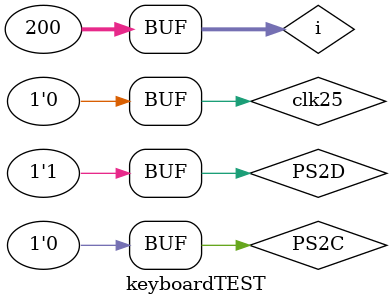
<source format=v>
`timescale 1ns / 1ps


module keyboardTEST;

	// Inputs
	reg clk25;
	reg PS2C;
	reg PS2D;

	// Outputs
	wire [15:0] xkey;
	integer i;

	// Instantiate the Unit Under Test (UUT)
	keyboard uut (
		.clk25(clk25), 
		.PS2C(PS2C), 
		.PS2D(PS2D), 
		.xkey(xkey)
	);

	initial begin
		// Initialize Inputs
		clk25 = 0;
		PS2C = 0;
		PS2D = 0;

		// Wait 100 ns for global reset to finish
		#100;
        
		// Add stimulus here
		for(i=0;i<200;i=i+1) begin
		#5;clk25=~clk25;
		if(i%2==0) begin
		PS2C = 1;
		PS2D = 1;
		end
		else begin
		PS2C = 0;
		PS2D = 1;
		end
		
		end

	end
      
endmodule


</source>
